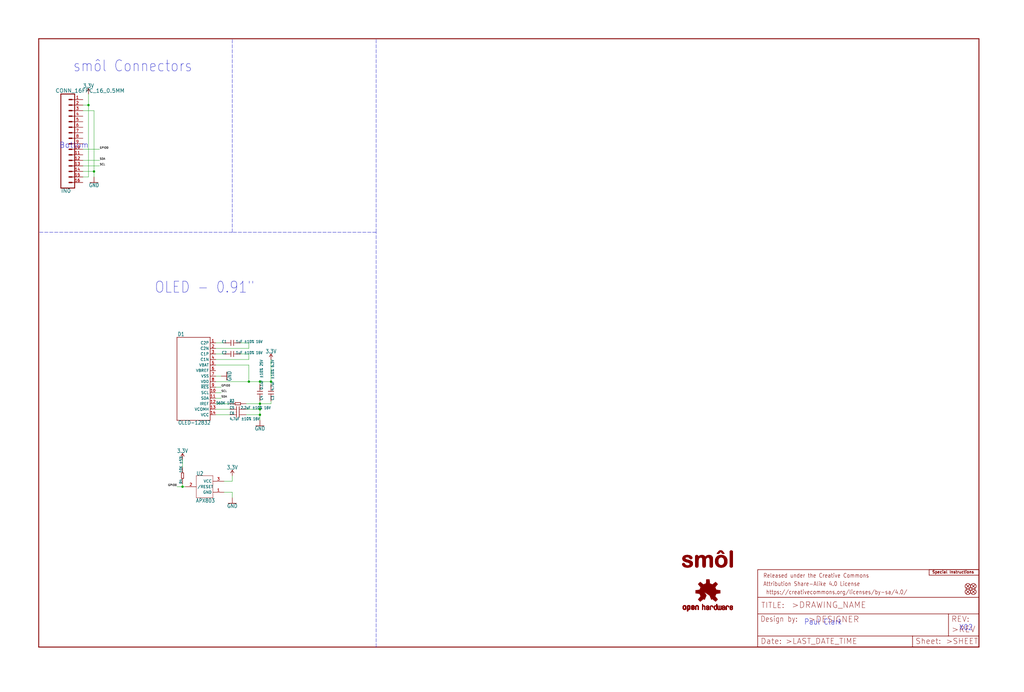
<source format=kicad_sch>
(kicad_sch (version 20211123) (generator eeschema)
  (paper "User" 470.306 317.906)
  (lib_symbols
    (symbol "eagleSchem-eagle-import:3.3V" (power)
      (property "Value" "3.3V" (at 0 2.794 0))
      (symbol "3.3V_1_0"
        (pin power_in line (at 0 0 90) (length 2.54) (name "3.3V") (number "1"))
      )
    )
    (symbol "eagleSchem-eagle-import:APX803"
      (property "Reference" "U" (at -3.81 5.08 0))
      (property "Value" "APX803" (at -4.064 -7.366 0))
      (symbol "APX803_1_0"
        (pin bidirectional line (at 8.89 -2.54 180) (length 5.08) (name "GND") (number "1"))
        (pin bidirectional line (at -8.89 0 0) (length 5.08) (name "/RESET") (number "2"))
        (pin bidirectional line (at 8.89 2.54 180) (length 5.08) (name "VCC") (number "3"))
      )
    )
    (symbol "eagleSchem-eagle-import:C-0603"
      (property "Reference" "C" (at -3.81 0 0))
      (property "Value" "C-0603" (at 0 0 0))
      (symbol "C-0603_1_0"
        (pin passive line (at -3.81 0 0) (length 2.54) (name "1") (number "1"))
        (pin passive line (at 3.81 0 180) (length 2.54) (name "2") (number "2"))
      )
    )
    (symbol "eagleSchem-eagle-import:CONN_16FPC_16_0.5MM"
      (property "Reference" "J" (at 0 20.828 0))
      (property "Value" "CONN_16FPC_16_0.5MM" (at 0 -25.146 0))
      (symbol "CONN_16FPC_16_0.5MM_1_0"
        (pin passive line (at 10.16 -20.32 180) (length 5.08) (name "1") (number "1"))
        (pin passive line (at 10.16 2.54 180) (length 5.08) (name "10") (number "10"))
        (pin passive line (at 10.16 5.08 180) (length 5.08) (name "11") (number "11"))
        (pin passive line (at 10.16 7.62 180) (length 5.08) (name "12") (number "12"))
        (pin passive line (at 10.16 10.16 180) (length 5.08) (name "13") (number "13"))
        (pin passive line (at 10.16 12.7 180) (length 5.08) (name "14") (number "14"))
        (pin passive line (at 10.16 15.24 180) (length 5.08) (name "15") (number "15"))
        (pin passive line (at 10.16 17.78 180) (length 5.08) (name "16") (number "16"))
        (pin passive line (at 10.16 -17.78 180) (length 5.08) (name "2") (number "2"))
        (pin passive line (at 10.16 -15.24 180) (length 5.08) (name "3") (number "3"))
        (pin passive line (at 10.16 -12.7 180) (length 5.08) (name "4") (number "4"))
        (pin passive line (at 10.16 -10.16 180) (length 5.08) (name "5") (number "5"))
        (pin passive line (at 10.16 -7.62 180) (length 5.08) (name "6") (number "6"))
        (pin passive line (at 10.16 -5.08 180) (length 5.08) (name "7") (number "7"))
        (pin passive line (at 10.16 -2.54 180) (length 5.08) (name "8") (number "8"))
        (pin passive line (at 10.16 0 180) (length 5.08) (name "9") (number "9"))
      )
    )
    (symbol "eagleSchem-eagle-import:FIDUCIALUFIDUCIAL")
    (symbol "eagleSchem-eagle-import:FRAME-LEDGER"
      (symbol "FRAME-LEDGER_2_0"
        (text " https://creativecommons.org/licenses/by-sa/4.0/" (at 2.54 24.13 0) (effects (font (size 1.9304 1.6408)) (justify left bottom)))
        (text ">DESIGNER" (at 23.114 11.176 0) (effects (font (size 2.7432 2.7432)) (justify left bottom)))
        (text ">DRAWING_NAME" (at 15.494 17.78 0) (effects (font (size 2.7432 2.7432)) (justify left bottom)))
        (text ">LAST_DATE_TIME" (at 12.7 1.27 0) (effects (font (size 2.54 2.54)) (justify left bottom)))
        (text ">REV" (at 88.9 6.604 0) (effects (font (size 2.7432 2.7432)) (justify left bottom)))
        (text ">SHEET" (at 86.36 1.27 0) (effects (font (size 2.54 2.54)) (justify left bottom)))
        (text "Attribution Share-Alike 4.0 License" (at 2.54 27.94 0) (effects (font (size 1.9304 1.6408)) (justify left bottom)))
        (text "Date:" (at 1.27 1.27 0) (effects (font (size 2.54 2.54)) (justify left bottom)))
        (text "Design by:" (at 1.27 11.43 0) (effects (font (size 2.54 2.159)) (justify left bottom)))
        (text "Released under the Creative Commons" (at 2.54 31.75 0) (effects (font (size 1.9304 1.6408)) (justify left bottom)))
        (text "REV:" (at 88.9 11.43 0) (effects (font (size 2.54 2.54)) (justify left bottom)))
        (text "Sheet:" (at 72.39 1.27 0) (effects (font (size 2.54 2.54)) (justify left bottom)))
        (text "TITLE:" (at 1.524 17.78 0) (effects (font (size 2.54 2.54)) (justify left bottom)))
      )
    )
    (symbol "eagleSchem-eagle-import:GND" (power)
      (property "Value" "GND" (at 0 -0.254 0))
      (symbol "GND_1_0"
        (pin power_in line (at 0 2.54 270) (length 2.54) (name "GND") (number "1"))
      )
    )
    (symbol "eagleSchem-eagle-import:OLED-12832"
      (property "Reference" "D" (at -9.906 20.828 0))
      (property "Value" "OLED-12832" (at -9.652 -19.812 0))
      (symbol "OLED-12832_1_0"
        (pin bidirectional line (at 7.62 17.78 180) (length 2.54) (name "C2P") (number "1"))
        (pin bidirectional line (at 7.62 -5.08 180) (length 2.54) (name "SCL") (number "10"))
        (pin bidirectional line (at 7.62 -7.62 180) (length 2.54) (name "SDA") (number "11"))
        (pin bidirectional line (at 7.62 -10.16 180) (length 2.54) (name "IREF") (number "12"))
        (pin bidirectional line (at 7.62 -12.7 180) (length 2.54) (name "VCOMH") (number "13"))
        (pin bidirectional line (at 7.62 -15.24 180) (length 2.54) (name "VCC") (number "14"))
        (pin bidirectional line (at 7.62 15.24 180) (length 2.54) (name "C2N") (number "2"))
        (pin bidirectional line (at 7.62 12.7 180) (length 2.54) (name "C1P") (number "3"))
        (pin bidirectional line (at 7.62 10.16 180) (length 2.54) (name "C1N") (number "4"))
        (pin bidirectional line (at 7.62 7.62 180) (length 2.54) (name "VBAT") (number "5"))
        (pin bidirectional line (at 7.62 5.08 180) (length 2.54) (name "VBREF") (number "6"))
        (pin bidirectional line (at 7.62 2.54 180) (length 2.54) (name "VSS") (number "7"))
        (pin bidirectional line (at 7.62 0 180) (length 2.54) (name "VDD") (number "8"))
        (pin bidirectional line (at 7.62 -2.54 180) (length 2.54) (name "~{RES}") (number "9"))
      )
    )
    (symbol "eagleSchem-eagle-import:OSHW-LOGOMINI")
    (symbol "eagleSchem-eagle-import:R-0603"
      (property "Reference" "R" (at -3.81 0 0))
      (property "Value" "R-0603" (at 1.27 0 0))
      (symbol "R-0603_1_0"
        (pin passive line (at -3.81 0 0) (length 2.54) (name "1") (number "1"))
        (pin passive line (at 3.81 0 180) (length 2.54) (name "2") (number "2"))
      )
    )
    (symbol "eagleSchem-eagle-import:SMOL_LOGOSMALL")
    (symbol "eagleSchem-eagle-import:SPECIAL_INSTRUCTIONS-ORDERING"
      (symbol "SPECIAL_INSTRUCTIONS-ORDERING_1_0"
        (text "Special Instructions" (at 1.27 0.6985 0) (effects (font (size 1.27 1.27) (thickness 0.254) bold) (justify left bottom)))
      )
    )
  )
  (junction (at 119.38 175.26))
  (junction (at 83.82 223.52))
  (junction (at 43.18 78.74))
  (junction (at 119.38 185.42))
  (junction (at 40.64 48.26))
  (junction (at 114.3 175.26))
  (junction (at 119.38 187.96))
  (junction (at 124.46 175.26))
  (junction (at 119.38 190.5))
  (wire (pts (xy 119.38 184.15) (xy 119.38 185.42)))
  (wire (pts (xy 106.68 226.06) (xy 106.68 228.6)))
  (wire (pts (xy 99.06 157.48) (xy 102.87 157.48)))
  (wire (pts (xy 101.6 172.72) (xy 99.06 172.72)))
  (wire (pts (xy 114.3 167.64) (xy 114.3 175.26)))
  (wire (pts (xy 119.38 190.5) (xy 119.38 193.04)))
  (wire (pts (xy 38.1 73.66) (xy 45.72 73.66)))
  (wire (pts (xy 119.38 185.42) (xy 124.46 185.42)))
  (wire (pts (xy 83.82 223.52) (xy 83.82 222.25)))
  (wire (pts (xy 85.09 223.52) (xy 83.82 223.52)))
  (wire (pts (xy 124.46 184.15) (xy 124.46 185.42)))
  (wire (pts (xy 40.64 48.26) (xy 40.64 43.18)))
  (wire (pts (xy 38.1 68.58) (xy 45.72 68.58)))
  (wire (pts (xy 106.68 220.98) (xy 106.68 218.44)))
  (wire (pts (xy 119.38 175.26) (xy 119.38 176.53)))
  (wire (pts (xy 99.06 187.96) (xy 105.41 187.96)))
  (wire (pts (xy 113.03 185.42) (xy 119.38 185.42)))
  (wire (pts (xy 119.38 190.5) (xy 119.38 187.96)))
  (wire (pts (xy 114.3 175.26) (xy 119.38 175.26)))
  (wire (pts (xy 124.46 176.53) (xy 124.46 175.26)))
  (wire (pts (xy 113.03 187.96) (xy 119.38 187.96)))
  (wire (pts (xy 102.87 226.06) (xy 106.68 226.06)))
  (wire (pts (xy 110.49 162.56) (xy 114.3 162.56)))
  (wire (pts (xy 102.87 220.98) (xy 106.68 220.98)))
  (wire (pts (xy 124.46 165.1) (xy 124.46 175.26)))
  (wire (pts (xy 99.06 190.5) (xy 105.41 190.5)))
  (wire (pts (xy 119.38 187.96) (xy 119.38 185.42)))
  (wire (pts (xy 99.06 182.88) (xy 101.6 182.88)))
  (polyline (pts (xy 106.68 106.68) (xy 17.78 106.68)))
  (wire (pts (xy 110.49 157.48) (xy 114.3 157.48)))
  (polyline (pts (xy 172.72 297.18) (xy 172.72 106.68)))
  (wire (pts (xy 113.03 190.5) (xy 119.38 190.5)))
  (wire (pts (xy 101.6 177.8) (xy 99.06 177.8)))
  (wire (pts (xy 99.06 175.26) (xy 114.3 175.26)))
  (polyline (pts (xy 106.68 106.68) (xy 106.68 17.78)))
  (wire (pts (xy 38.1 81.28) (xy 40.64 81.28)))
  (polyline (pts (xy 172.72 106.68) (xy 172.72 17.78)))
  (wire (pts (xy 99.06 185.42) (xy 105.41 185.42)))
  (wire (pts (xy 99.06 162.56) (xy 102.87 162.56)))
  (polyline (pts (xy 172.72 106.68) (xy 106.68 106.68)))
  (wire (pts (xy 114.3 157.48) (xy 114.3 160.02)))
  (wire (pts (xy 81.28 223.52) (xy 83.82 223.52)))
  (wire (pts (xy 38.1 76.2) (xy 45.72 76.2)))
  (wire (pts (xy 38.1 48.26) (xy 40.64 48.26)))
  (wire (pts (xy 114.3 162.56) (xy 114.3 165.1)))
  (wire (pts (xy 38.1 78.74) (xy 43.18 78.74)))
  (wire (pts (xy 99.06 167.64) (xy 114.3 167.64)))
  (wire (pts (xy 119.38 175.26) (xy 124.46 175.26)))
  (wire (pts (xy 40.64 81.28) (xy 40.64 48.26)))
  (wire (pts (xy 38.1 50.8) (xy 43.18 50.8)))
  (wire (pts (xy 83.82 210.82) (xy 83.82 214.63)))
  (wire (pts (xy 43.18 50.8) (xy 43.18 78.74)))
  (wire (pts (xy 99.06 180.34) (xy 101.6 180.34)))
  (wire (pts (xy 43.18 81.28) (xy 43.18 78.74)))
  (wire (pts (xy 114.3 160.02) (xy 99.06 160.02)))
  (wire (pts (xy 114.3 165.1) (xy 99.06 165.1)))
  (text "Paul Clark" (at 369.316 287.274 180) (effects (font (size 2.54 2.159)) (justify left bottom)))
  (text "Bottom" (at 27.178 68.326 180) (effects (font (size 2.54 2.54)) (justify left bottom)))
  (text "OLED - 0.91\"" (at 93.98 132.08 180) (effects (font (size 5.08 4.318))))
  (text "X02" (at 440.436 289.814 180) (effects (font (size 2.54 2.159)) (justify left bottom)))
  (text "smôl Connectors" (at 60.96 30.48 180) (effects (font (size 5.08 4.318))))
  (label "GPIO0" (at 81.28 223.52 180) (effects (font (size 0.889 0.889))))
  (label "SDA" (at 101.6 182.88 0) (effects (font (size 0.889 0.889))))
  (label "SDA" (at 45.72 73.66 0) (effects (font (size 0.889 0.889))))
  (label "SCL" (at 45.72 76.2 0) (effects (font (size 0.889 0.889))))
  (label "GPIO0" (at 45.72 68.58 0) (effects (font (size 0.889 0.889))))
  (label "GPIO0" (at 101.6 177.8 0) (effects (font (size 0.889 0.889))))
  (label "SCL" (at 101.6 180.34 0) (effects (font (size 0.889 0.889))))
  (symbol (lib_id "eagleSchem-eagle-import:FRAME-LEDGER") (at 347.98 297.18 0) (unit 2)
    (property "Reference" "FRAME1" (effects hide))
    (property "Value" "FRAME-LEDGER" (effects hide))
    (property "Footprint" "eagleSchem:CREATIVE_COMMONS" (effects hide))
  )
  (symbol (lib_id "eagleSchem-eagle-import:GND") (at 106.68 231.14 0) (unit 1)
    (property "Reference" "#GND4" (effects hide))
    (property "Value" "GND" (at 106.68 231.394 0) (effects (font (size 1.778 1.5113)) (justify top)))
    (property "Footprint" "eagleSchem:" (effects hide))
  )
  (symbol (lib_id "eagleSchem-eagle-import:R-0603") (at 83.82 218.44 90) (unit 1)
    (property "Reference" "R4" (at 83.82 222.25 0) (effects (font (size 1.27 1.0795)) (justify left bottom)))
    (property "Value" "10K ±5%" (at 83.82 217.17 0) (effects (font (size 1.27 1.0795)) (justify left bottom)))
    (property "Footprint" "eagleSchem:0603" (effects hide))
  )
  (symbol (lib_id "eagleSchem-eagle-import:R-0603") (at 109.22 185.42 180) (unit 1)
    (property "Reference" "R3" (at 107.696 183.388 0) (effects (font (size 1.27 1.0795)) (justify left bottom)))
    (property "Value" "560K 10%" (at 107.696 184.404 0) (effects (font (size 1.27 1.0795)) (justify left bottom)))
    (property "Footprint" "eagleSchem:0603" (effects hide))
  )
  (symbol (lib_id "eagleSchem-eagle-import:GND") (at 119.38 195.58 0) (unit 1)
    (property "Reference" "#GND3" (effects hide))
    (property "Value" "GND" (at 119.38 195.834 0) (effects (font (size 1.778 1.5113)) (justify top)))
    (property "Footprint" "eagleSchem:" (effects hide))
  )
  (symbol (lib_id "eagleSchem-eagle-import:GND") (at 104.14 172.72 90) (unit 1)
    (property "Reference" "#GND5" (effects hide))
    (property "Value" "GND" (at 104.394 172.72 0) (effects (font (size 1.778 1.5113)) (justify top)))
    (property "Footprint" "eagleSchem:" (effects hide))
  )
  (symbol (lib_id "eagleSchem-eagle-import:GND") (at 43.18 83.82 0) (unit 1)
    (property "Reference" "#GND54" (effects hide))
    (property "Value" "GND" (at 43.18 84.074 0) (effects (font (size 1.778 1.5113)) (justify top)))
    (property "Footprint" "eagleSchem:" (effects hide))
  )
  (symbol (lib_id "eagleSchem-eagle-import:OLED-12832") (at 91.44 175.26 0) (unit 1)
    (property "Reference" "D1" (at 81.534 154.432 0) (effects (font (size 1.778 1.5113)) (justify left bottom)))
    (property "Value" "OLED-12832" (at 81.788 195.072 0) (effects (font (size 1.778 1.5113)) (justify left bottom)))
    (property "Footprint" "eagleSchem:OLED-12832" (effects hide))
  )
  (symbol (lib_id "eagleSchem-eagle-import:FIDUCIALUFIDUCIAL") (at 447.04 271.78 0) (unit 1)
    (property "Reference" "FD1" (effects hide))
    (property "Value" "FIDUCIALUFIDUCIAL" (effects hide))
    (property "Footprint" "eagleSchem:FIDUCIAL-MICRO" (effects hide))
  )
  (symbol (lib_id "eagleSchem-eagle-import:APX803") (at 93.98 223.52 0) (unit 1)
    (property "Reference" "U2" (at 90.17 218.44 0) (effects (font (size 1.778 1.5113)) (justify left bottom)))
    (property "Value" "APX803" (at 89.916 230.886 0) (effects (font (size 1.778 1.5113)) (justify left bottom)))
    (property "Footprint" "eagleSchem:SOT23" (effects hide))
  )
  (symbol (lib_id "eagleSchem-eagle-import:FIDUCIALUFIDUCIAL") (at 444.5 271.78 0) (unit 1)
    (property "Reference" "FD2" (effects hide))
    (property "Value" "FIDUCIALUFIDUCIAL" (effects hide))
    (property "Footprint" "eagleSchem:FIDUCIAL-MICRO" (effects hide))
  )
  (symbol (lib_id "eagleSchem-eagle-import:3.3V") (at 40.64 43.18 0) (unit 1)
    (property "Reference" "#SUPPLY21" (effects hide))
    (property "Value" "3.3V" (at 40.64 40.386 0) (effects (font (size 1.778 1.5113)) (justify bottom)))
    (property "Footprint" "eagleSchem:" (effects hide))
  )
  (symbol (lib_id "eagleSchem-eagle-import:CONN_16FPC_16_0.5MM") (at 27.94 66.04 0) (mirror x) (unit 1)
    (property "Reference" "IN0" (at 27.94 86.614 0) (effects (font (size 1.778 1.778)) (justify left bottom)))
    (property "Value" "CONN_16FPC_16_0.5MM" (at 25.4 40.64 0) (effects (font (size 1.778 1.778)) (justify left bottom)))
    (property "Footprint" "eagleSchem:FPC_16_0.5MM" (effects hide))
  )
  (symbol (lib_id "eagleSchem-eagle-import:C-0603") (at 119.38 180.34 270) (unit 1)
    (property "Reference" "C4" (at 119.38 181.61 0) (effects (font (size 1.27 1.0795)) (justify left bottom)))
    (property "Value" "0.1uF ±10% 25V" (at 119.38 165.1 0) (effects (font (size 1.27 1.0795)) (justify left bottom)))
    (property "Footprint" "eagleSchem:0603" (effects hide))
  )
  (symbol (lib_id "eagleSchem-eagle-import:C-0603") (at 109.22 190.5 0) (unit 1)
    (property "Reference" "C6" (at 105.41 190.5 0) (effects (font (size 1.27 1.0795)) (justify left bottom)))
    (property "Value" "4.7uF ±10% 16V" (at 105.41 193.04 0) (effects (font (size 1.27 1.0795)) (justify left bottom)))
    (property "Footprint" "eagleSchem:0603" (effects hide))
  )
  (symbol (lib_id "eagleSchem-eagle-import:C-0603") (at 109.22 187.96 0) (unit 1)
    (property "Reference" "C5" (at 105.41 187.96 0) (effects (font (size 1.27 1.0795)) (justify left bottom)))
    (property "Value" "2.2uF ±10% 16V" (at 110.49 187.96 0) (effects (font (size 1.27 1.0795)) (justify left bottom)))
    (property "Footprint" "eagleSchem:0603" (effects hide))
  )
  (symbol (lib_id "eagleSchem-eagle-import:FIDUCIALUFIDUCIAL") (at 444.5 269.24 0) (unit 1)
    (property "Reference" "FD3" (effects hide))
    (property "Value" "FIDUCIALUFIDUCIAL" (effects hide))
    (property "Footprint" "eagleSchem:FIDUCIAL-MICRO" (effects hide))
  )
  (symbol (lib_id "eagleSchem-eagle-import:C-0603") (at 124.46 180.34 270) (unit 1)
    (property "Reference" "C3" (at 124.46 181.61 0) (effects (font (size 1.27 1.0795)) (justify left bottom)))
    (property "Value" "4.7uF ±10% 6.3V" (at 124.46 165.1 0) (effects (font (size 1.27 1.0795)) (justify left bottom)))
    (property "Footprint" "eagleSchem:0603" (effects hide))
  )
  (symbol (lib_id "eagleSchem-eagle-import:SPECIAL_INSTRUCTIONS-ORDERING") (at 426.72 264.16 0) (unit 1)
    (property "Reference" "LOGO1" (effects hide))
    (property "Value" "SPECIAL_INSTRUCTIONS-ORDERING" (effects hide))
    (property "Footprint" "eagleSchem:ORDERING_INSTRUCTIONS" (effects hide))
  )
  (symbol (lib_id "eagleSchem-eagle-import:3.3V") (at 106.68 218.44 0) (unit 1)
    (property "Reference" "#SUPPLY2" (effects hide))
    (property "Value" "3.3V" (at 106.68 215.646 0) (effects (font (size 1.778 1.5113)) (justify bottom)))
    (property "Footprint" "eagleSchem:" (effects hide))
  )
  (symbol (lib_id "eagleSchem-eagle-import:3.3V") (at 124.46 165.1 0) (unit 1)
    (property "Reference" "#SUPPLY1" (effects hide))
    (property "Value" "3.3V" (at 124.46 162.306 0) (effects (font (size 1.778 1.5113)) (justify bottom)))
    (property "Footprint" "eagleSchem:" (effects hide))
  )
  (symbol (lib_id "eagleSchem-eagle-import:C-0603") (at 106.68 157.48 180) (unit 1)
    (property "Reference" "C1" (at 104.14 156.21 0) (effects (font (size 1.27 1.0795)) (justify left bottom)))
    (property "Value" "1uF ±10% 16V " (at 120.65 156.21 0) (effects (font (size 1.27 1.0795)) (justify left bottom)))
    (property "Footprint" "eagleSchem:0603" (effects hide))
  )
  (symbol (lib_id "eagleSchem-eagle-import:FRAME-LEDGER") (at 17.78 297.18 0) (unit 1)
    (property "Reference" "FRAME1" (effects hide))
    (property "Value" "FRAME-LEDGER" (effects hide))
    (property "Footprint" "eagleSchem:CREATIVE_COMMONS" (effects hide))
  )
  (symbol (lib_id "eagleSchem-eagle-import:C-0603") (at 106.68 162.56 180) (unit 1)
    (property "Reference" "C2" (at 104.14 161.29 0) (effects (font (size 1.27 1.0795)) (justify left bottom)))
    (property "Value" "1uF ±10% 16V " (at 120.65 161.29 0) (effects (font (size 1.27 1.0795)) (justify left bottom)))
    (property "Footprint" "eagleSchem:0603" (effects hide))
  )
  (symbol (lib_id "eagleSchem-eagle-import:OSHW-LOGOMINI") (at 325.12 271.78 0) (unit 1)
    (property "Reference" "LOGO3" (effects hide))
    (property "Value" "OSHW-LOGOMINI" (effects hide))
    (property "Footprint" "eagleSchem:OSHW-LOGO-MINI" (effects hide))
  )
  (symbol (lib_id "eagleSchem-eagle-import:FIDUCIALUFIDUCIAL") (at 447.04 269.24 0) (unit 1)
    (property "Reference" "FD4" (effects hide))
    (property "Value" "FIDUCIALUFIDUCIAL" (effects hide))
    (property "Footprint" "eagleSchem:FIDUCIAL-MICRO" (effects hide))
  )
  (symbol (lib_id "eagleSchem-eagle-import:3.3V") (at 83.82 210.82 0) (unit 1)
    (property "Reference" "#SUPPLY3" (effects hide))
    (property "Value" "3.3V" (at 83.82 208.026 0) (effects (font (size 1.778 1.5113)) (justify bottom)))
    (property "Footprint" "eagleSchem:" (effects hide))
  )
  (symbol (lib_id "eagleSchem-eagle-import:SMOL_LOGOSMALL") (at 325.12 256.54 0) (unit 1)
    (property "Reference" "U$14" (effects hide))
    (property "Value" "SMOL_LOGOSMALL" (effects hide))
    (property "Footprint" "eagleSchem:SMOL_SMALL" (effects hide))
  )
)
</source>
